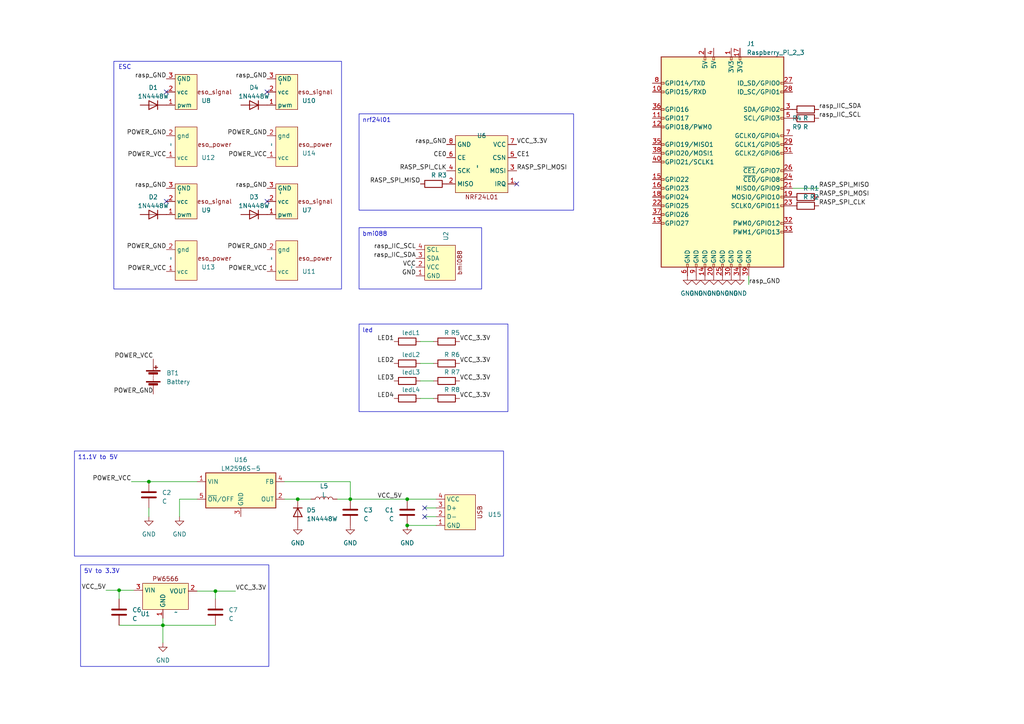
<source format=kicad_sch>
(kicad_sch (version 20230121) (generator eeschema)
  (paper "A4")
  (lib_symbols
    (symbol "Connector:Raspberry_Pi_2_3" (pin_names (offset 1.016))
      (property "Reference" "J" (at -17.78 31.75 0))
      (property "Value" "Raspberry_Pi_2_3" (at 10.16 -31.75 0))
      (symbol "Raspberry_Pi_2_3_0_1"
        (rectangle (start -17.78 30.48) (end 17.78 -30.48) (stroke (width 0.254)) (fill (type background)))
      )
      (symbol "Raspberry_Pi_2_3_1_1"
        (rectangle (start -16.891 -17.526) (end -17.78 -18.034))
        (rectangle (start -16.891 -14.986) (end -17.78 -15.494))
        (rectangle (start -16.891 -12.446) (end -17.78 -12.954))
        (rectangle (start -16.891 -9.906) (end -17.78 -10.414))
        (rectangle (start -16.891 -7.366) (end -17.78 -7.874))
        (rectangle (start -16.891 -4.826) (end -17.78 -5.334))
        (rectangle (start -16.891 0.254) (end -17.78 -0.254))
        (rectangle (start -16.891 2.794) (end -17.78 2.286))
        (rectangle (start -16.891 5.334) (end -17.78 4.826))
        (rectangle (start -16.891 10.414) (end -17.78 9.906))
        (rectangle (start -16.891 12.954) (end -17.78 12.446))
        (rectangle (start -16.891 15.494) (end -17.78 14.986))
        (rectangle (start -16.891 20.574) (end -17.78 20.066))
        (rectangle (start -16.891 23.114) (end -17.78 22.606))
        (rectangle (start -10.414 -29.591) (end -9.906 -30.48))
        (rectangle (start -7.874 -29.591) (end -7.366 -30.48))
        (rectangle (start -5.334 -29.591) (end -4.826 -30.48))
        (rectangle (start -5.334 30.48) (end -4.826 29.591))
        (rectangle (start -2.794 -29.591) (end -2.286 -30.48))
        (rectangle (start -2.794 30.48) (end -2.286 29.591))
        (rectangle (start -0.254 -29.591) (end 0.254 -30.48))
        (rectangle (start 2.286 -29.591) (end 2.794 -30.48))
        (rectangle (start 2.286 30.48) (end 2.794 29.591))
        (rectangle (start 4.826 -29.591) (end 5.334 -30.48))
        (rectangle (start 4.826 30.48) (end 5.334 29.591))
        (rectangle (start 7.366 -29.591) (end 7.874 -30.48))
        (rectangle (start 17.78 -20.066) (end 16.891 -20.574))
        (rectangle (start 17.78 -17.526) (end 16.891 -18.034))
        (rectangle (start 17.78 -12.446) (end 16.891 -12.954))
        (rectangle (start 17.78 -9.906) (end 16.891 -10.414))
        (rectangle (start 17.78 -7.366) (end 16.891 -7.874))
        (rectangle (start 17.78 -4.826) (end 16.891 -5.334))
        (rectangle (start 17.78 -2.286) (end 16.891 -2.794))
        (rectangle (start 17.78 2.794) (end 16.891 2.286))
        (rectangle (start 17.78 5.334) (end 16.891 4.826))
        (rectangle (start 17.78 7.874) (end 16.891 7.366))
        (rectangle (start 17.78 12.954) (end 16.891 12.446))
        (rectangle (start 17.78 15.494) (end 16.891 14.986))
        (rectangle (start 17.78 20.574) (end 16.891 20.066))
        (rectangle (start 17.78 23.114) (end 16.891 22.606))
        (pin power_in line (at 2.54 33.02 270) (length 2.54) (name "3V3") (number "1"))
        (pin bidirectional line (at -20.32 20.32 0) (length 2.54) (name "GPIO15/RXD") (number "10"))
        (pin bidirectional line (at -20.32 12.7 0) (length 2.54) (name "GPIO17") (number "11"))
        (pin bidirectional line (at -20.32 10.16 0) (length 2.54) (name "GPIO18/PWM0") (number "12"))
        (pin bidirectional line (at -20.32 -17.78 0) (length 2.54) (name "GPIO27") (number "13"))
        (pin power_in line (at -5.08 -33.02 90) (length 2.54) (name "GND") (number "14"))
        (pin bidirectional line (at -20.32 -5.08 0) (length 2.54) (name "GPIO22") (number "15"))
        (pin bidirectional line (at -20.32 -7.62 0) (length 2.54) (name "GPIO23") (number "16"))
        (pin power_in line (at 5.08 33.02 270) (length 2.54) (name "3V3") (number "17"))
        (pin bidirectional line (at -20.32 -10.16 0) (length 2.54) (name "GPIO24") (number "18"))
        (pin bidirectional line (at 20.32 -10.16 180) (length 2.54) (name "MOSI0/GPIO10") (number "19"))
        (pin power_in line (at -5.08 33.02 270) (length 2.54) (name "5V") (number "2"))
        (pin power_in line (at -2.54 -33.02 90) (length 2.54) (name "GND") (number "20"))
        (pin bidirectional line (at 20.32 -7.62 180) (length 2.54) (name "MISO0/GPIO9") (number "21"))
        (pin bidirectional line (at -20.32 -12.7 0) (length 2.54) (name "GPIO25") (number "22"))
        (pin bidirectional line (at 20.32 -12.7 180) (length 2.54) (name "SCLK0/GPIO11") (number "23"))
        (pin bidirectional line (at 20.32 -5.08 180) (length 2.54) (name "~{CE0}/GPIO8") (number "24"))
        (pin power_in line (at 0 -33.02 90) (length 2.54) (name "GND") (number "25"))
        (pin bidirectional line (at 20.32 -2.54 180) (length 2.54) (name "~{CE1}/GPIO7") (number "26"))
        (pin bidirectional line (at 20.32 22.86 180) (length 2.54) (name "ID_SD/GPIO0") (number "27"))
        (pin bidirectional line (at 20.32 20.32 180) (length 2.54) (name "ID_SC/GPIO1") (number "28"))
        (pin bidirectional line (at 20.32 5.08 180) (length 2.54) (name "GCLK1/GPIO5") (number "29"))
        (pin bidirectional line (at 20.32 15.24 180) (length 2.54) (name "SDA/GPIO2") (number "3"))
        (pin power_in line (at 2.54 -33.02 90) (length 2.54) (name "GND") (number "30"))
        (pin bidirectional line (at 20.32 2.54 180) (length 2.54) (name "GCLK2/GPIO6") (number "31"))
        (pin bidirectional line (at 20.32 -17.78 180) (length 2.54) (name "PWM0/GPIO12") (number "32"))
        (pin bidirectional line (at 20.32 -20.32 180) (length 2.54) (name "PWM1/GPIO13") (number "33"))
        (pin power_in line (at 5.08 -33.02 90) (length 2.54) (name "GND") (number "34"))
        (pin bidirectional line (at -20.32 5.08 0) (length 2.54) (name "GPIO19/MISO1") (number "35"))
        (pin bidirectional line (at -20.32 15.24 0) (length 2.54) (name "GPIO16") (number "36"))
        (pin bidirectional line (at -20.32 -15.24 0) (length 2.54) (name "GPIO26") (number "37"))
        (pin bidirectional line (at -20.32 2.54 0) (length 2.54) (name "GPIO20/MOSI1") (number "38"))
        (pin power_in line (at 7.62 -33.02 90) (length 2.54) (name "GND") (number "39"))
        (pin power_in line (at -2.54 33.02 270) (length 2.54) (name "5V") (number "4"))
        (pin bidirectional line (at -20.32 0 0) (length 2.54) (name "GPIO21/SCLK1") (number "40"))
        (pin bidirectional line (at 20.32 12.7 180) (length 2.54) (name "SCL/GPIO3") (number "5"))
        (pin power_in line (at -10.16 -33.02 90) (length 2.54) (name "GND") (number "6"))
        (pin bidirectional line (at 20.32 7.62 180) (length 2.54) (name "GCLK0/GPIO4") (number "7"))
        (pin bidirectional line (at -20.32 22.86 0) (length 2.54) (name "GPIO14/TXD") (number "8"))
        (pin power_in line (at -7.62 -33.02 90) (length 2.54) (name "GND") (number "9"))
      )
    )
    (symbol "Device:Battery" (pin_numbers hide) (pin_names (offset 0) hide)
      (property "Reference" "BT" (at 2.54 2.54 0))
      (property "Value" "Battery" (at 2.54 0 0))
      (symbol "Battery_0_1"
        (rectangle (start -2.032 -1.397) (end 2.032 -1.651) (fill (type outline)))
        (rectangle (start -2.032 1.778) (end 2.032 1.524) (fill (type outline)))
        (rectangle (start -1.3208 -1.9812) (end 1.27 -2.4892) (fill (type outline)))
        (rectangle (start -1.3208 1.1938) (end 1.27 0.6858) (fill (type outline)))
        (polyline (pts (xy 0 -1.524) (xy 0 -1.27)))
        (polyline (pts (xy 0 -1.016) (xy 0 -0.762)))
        (polyline (pts (xy 0 -0.508) (xy 0 -0.254)))
        (polyline (pts (xy 0 0) (xy 0 0.254)))
        (polyline (pts (xy 0 0.508) (xy 0 0.762)))
        (polyline (pts (xy 0 1.778) (xy 0 2.54)))
        (polyline (pts (xy 0.254 2.667) (xy 1.27 2.667)) (stroke (width 0.254)))
        (polyline (pts (xy 0.762 3.175) (xy 0.762 2.159)) (stroke (width 0.254)))
      )
      (symbol "Battery_1_1"
        (pin passive line (at 0 5.08 270) (length 2.54) (name "+") (number "1"))
        (pin passive line (at 0 -5.08 90) (length 2.54) (name "-") (number "2"))
      )
    )
    (symbol "Device:C" (pin_numbers hide) (pin_names (offset 0.254))
      (property "Reference" "C" (at 0.635 2.54 0))
      (property "Value" "C" (at 0.635 -2.54 0))
      (symbol "C_0_1"
        (polyline (pts (xy -2.032 -0.762) (xy 2.032 -0.762)) (stroke (width 0.508)))
        (polyline (pts (xy -2.032 0.762) (xy 2.032 0.762)) (stroke (width 0.508)))
      )
      (symbol "C_1_1"
        (pin passive line (at 0 3.81 270) (length 2.794) (name "~") (number "1"))
        (pin passive line (at 0 -3.81 90) (length 2.794) (name "~") (number "2"))
      )
    )
    (symbol "Device:L" (pin_numbers hide) (pin_names (offset 1.016) hide)
      (property "Reference" "L" (at -1.27 0 90))
      (property "Value" "L" (at 1.905 0 90))
      (symbol "L_0_1"
        (arc (start 0 -2.54) (mid 0.6323 -1.905) (end 0 -1.27))
        (arc (start 0 -1.27) (mid 0.6323 -0.635) (end 0 0))
        (arc (start 0 0) (mid 0.6323 0.635) (end 0 1.27))
        (arc (start 0 1.27) (mid 0.6323 1.905) (end 0 2.54))
      )
      (symbol "L_1_1"
        (pin passive line (at 0 3.81 270) (length 1.27) (name "1") (number "1"))
        (pin passive line (at 0 -3.81 90) (length 1.27) (name "2") (number "2"))
      )
    )
    (symbol "Device:R" (pin_numbers hide) (pin_names (offset 0))
      (property "Reference" "R" (at 2.032 0 90))
      (property "Value" "R" (at 0 0 90))
      (symbol "R_0_1"
        (rectangle (start -1.016 -2.54) (end 1.016 2.54) (stroke (width 0.254)))
      )
      (symbol "R_1_1"
        (pin passive line (at 0 3.81 270) (length 1.27) (name "~") (number "1"))
        (pin passive line (at 0 -3.81 90) (length 1.27) (name "~") (number "2"))
      )
    )
    (symbol "Diode:1N4448W" (pin_numbers hide) (pin_names hide)
      (property "Reference" "D" (at 0 2.54 0))
      (property "Value" "1N4448W" (at 0 -2.54 0))
      (symbol "1N4448W_0_1"
        (polyline (pts (xy -1.27 1.27) (xy -1.27 -1.27)) (stroke (width 0.254)))
        (polyline (pts (xy 1.27 0) (xy -1.27 0)))
        (polyline (pts (xy 1.27 1.27) (xy 1.27 -1.27) (xy -1.27 0) (xy 1.27 1.27)) (stroke (width 0.254)))
      )
      (symbol "1N4448W_1_1"
        (pin passive line (at -3.81 0 0) (length 2.54) (name "K") (number "1"))
        (pin passive line (at 3.81 0 180) (length 2.54) (name "A") (number "2"))
      )
    )
    (symbol "Regulator_Switching:LM2596S-5"
      (property "Reference" "U" (at -10.16 6.35 0))
      (property "Value" "LM2596S-5" (at 0 6.35 0))
      (symbol "LM2596S-5_0_1"
        (rectangle (start -10.16 5.08) (end 10.16 -5.08) (stroke (width 0.254)) (fill (type background)))
      )
      (symbol "LM2596S-5_1_1"
        (pin power_in line (at -12.7 2.54 0) (length 2.54) (name "VIN") (number "1"))
        (pin output line (at 12.7 -2.54 180) (length 2.54) (name "OUT") (number "2"))
        (pin power_in line (at 0 -7.62 90) (length 2.54) (name "GND") (number "3"))
        (pin input line (at 12.7 2.54 180) (length 2.54) (name "FB") (number "4"))
        (pin input line (at -12.7 -2.54 0) (length 2.54) (name "~{ON}/OFF") (number "5"))
      )
    )
    (symbol "bmi088:bmi088"
      (property "Reference" "U" (at -3.81 -13.97 0))
      (symbol "bmi088_1_1"
        (rectangle (start -3.81 -3.81) (end 6.35 -12.7) (fill (type background)))
        (text "bmi088" (at 1.27 -13.97 0) (effects (font (size 1.27 1.27))))
        (pin power_in line (at -2.54 -1.27 270) (length 2.54) (name "GND") (number "1"))
        (pin power_in line (at 0 -1.27 270) (length 2.54) (name "VCC") (number "2"))
        (pin bidirectional line (at 2.54 -1.27 270) (length 2.54) (name "SDA") (number "3"))
        (pin bidirectional line (at 5.08 -1.27 270) (length 2.54) (name "SCL") (number "4"))
      )
    )
    (symbol "eso_signal:eso_power"
      (property "Reference" "U" (at -2.54 -10.16 0))
      (symbol "eso_power_1_1"
        (rectangle (start -2.54 2.54) (end 3.81 -8.89) (fill (type background)))
        (text "eso_power" (at 8.89 -2.54 0) (effects (font (size 1.27 1.27))))
        (pin power_in line (at -5.08 -6.35 0) (length 2.54) (name "vcc") (number "1"))
        (pin power_in line (at -5.08 0 0) (length 2.54) (name "gnd") (number "2"))
      )
    )
    (symbol "eso_signal:eso_signal"
      (property "Reference" "U" (at 1.27 -6.35 0))
      (symbol "eso_signal_1_1"
        (rectangle (start -6.35 3.81) (end 0 -6.35) (fill (type background)))
        (text "eso_signal" (at 5.08 -1.27 0) (effects (font (size 1.27 1.27))))
        (pin bidirectional line (at -8.89 -5.08 0) (length 2.54) (name "pwm") (number "1"))
        (pin power_in line (at -8.89 -1.27 0) (length 2.54) (name "vcc") (number "2"))
        (pin power_in line (at -8.89 2.54 0) (length 2.54) (name "GND") (number "3"))
      )
    )
    (symbol "nrf24l01:nrf24l01"
      (property "Reference" "U6" (at 0 -1.27 0))
      (property "Value" "~" (at -1.27 10.16 90))
      (symbol "nrf24l01_1_1"
        (rectangle (start -7.62 19.05) (end 7.62 2.54) (fill (type background)))
        (text "NRF24L01" (at 0 1.27 0) (effects (font (size 1.27 1.27))))
        (pin bidirectional line (at 10.16 5.08 180) (length 2.54) (name "IRQ") (number "1"))
        (pin bidirectional line (at -10.16 5.08 0) (length 2.54) (name "MISO") (number "2"))
        (pin bidirectional line (at 10.16 8.89 180) (length 2.54) (name "MOSI") (number "3"))
        (pin bidirectional line (at -10.16 8.89 0) (length 2.54) (name "SCK") (number "4"))
        (pin bidirectional line (at 10.16 12.7 180) (length 2.54) (name "CSN") (number "5"))
        (pin bidirectional line (at -10.16 12.7 0) (length 2.54) (name "CE") (number "6"))
        (pin power_in line (at 10.16 16.51 180) (length 2.54) (name "VCC") (number "7"))
        (pin power_in line (at -10.16 16.51 0) (length 2.54) (name "GND") (number "8"))
      )
    )
    (symbol "power:GND" (power) (pin_names (offset 0))
      (property "Value" "GND" (at 0 -3.81 0))
      (symbol "GND_0_1"
        (polyline (pts (xy 0 0) (xy 0 -1.27) (xy 1.27 -1.27) (xy 0 -2.54) (xy -1.27 -1.27) (xy 0 -1.27)))
      )
      (symbol "GND_1_1"
        (pin power_in line (at 0 0 270) (length 0) hide (name "GND") (number "1"))
      )
    )
    (symbol "pw6566:pw6566"
      (property "Reference" "U1" (at -8.89 -0.508 0))
      (property "Value" "~" (at 0 0 0))
      (symbol "pw6566_1_1"
        (rectangle (start -9.652 8.382) (end 3.556 0.762) (fill (type background)))
        (text "PW6566" (at -3.048 9.652 0) (effects (font (size 1.27 1.27))))
        (pin input line (at -3.81 -1.778 90) (length 2.54) (name "GND") (number "1"))
        (pin input line (at 6.096 6.096 180) (length 2.54) (name "VOUT") (number "2"))
        (pin input line (at -12.192 6.35 0) (length 2.54) (name "VIN") (number "3"))
      )
    )
    (symbol "usb:usb"
      (property "Reference" "U" (at -1.524 -10.668 0))
      (symbol "usb_1_1"
        (rectangle (start -3.81 0.508) (end 6.35 -8.382) (fill (type background)))
        (text "USB" (at 1.27 -9.652 0) (effects (font (size 1.27 1.27))))
        (pin power_in line (at -2.54 3.048 270) (length 2.54) (name "GND") (number "1"))
        (pin power_in line (at 0 3.048 270) (length 2.54) (name "D-") (number "2"))
        (pin bidirectional line (at 2.54 3.048 270) (length 2.54) (name "D+") (number "3"))
        (pin bidirectional line (at 5.08 3.048 270) (length 2.54) (name "VCC") (number "4"))
      )
    )
  )
  (junction (at 34.544 171.196))
  (junction (at 86.36 144.78))
  (junction (at 118.11 152.4))
  (junction (at 47.244 181.356))
  (junction (at 101.6 144.78))
  (junction (at 43.18 139.7))
  (junction (at 118.11 144.78))
  (junction (at 62.484 171.45))
  (no_connect (at 48.26 26.67))
  (no_connect (at 123.19 149.86))
  (no_connect (at 123.19 147.32))
  (no_connect (at 48.26 58.42))
  (no_connect (at 77.47 58.42))
  (no_connect (at 77.47 26.67))
  (no_connect (at 149.86 53.34))
  (wire (pts (xy 86.36 144.78) (xy 90.17 144.78)))
  (wire (pts (xy 118.11 144.78) (xy 126.492 144.78)))
  (wire (pts (xy 62.484 171.45) (xy 68.326 171.45)))
  (wire (pts (xy 123.19 149.86) (xy 126.492 149.86)))
  (wire (pts (xy 47.244 179.324) (xy 47.244 181.356)))
  (wire (pts (xy 101.6 144.78) (xy 118.11 144.78)))
  (wire (pts (xy 121.92 99.06) (xy 125.73 99.06)))
  (wire (pts (xy 82.55 144.78) (xy 86.36 144.78)))
  (wire (pts (xy 123.19 147.32) (xy 126.492 147.32)))
  (wire (pts (xy 52.07 144.78) (xy 52.07 149.86)))
  (wire (pts (xy 57.15 144.78) (xy 52.07 144.78)))
  (wire (pts (xy 43.18 147.32) (xy 43.18 149.86)))
  (wire (pts (xy 229.87 54.61) (xy 237.49 54.61)))
  (wire (pts (xy 30.734 171.196) (xy 34.544 171.196)))
  (wire (pts (xy 121.92 115.57) (xy 125.73 115.57)))
  (wire (pts (xy 121.92 110.49) (xy 125.73 110.49)))
  (wire (pts (xy 43.18 139.7) (xy 57.15 139.7)))
  (wire (pts (xy 97.79 144.78) (xy 101.6 144.78)))
  (wire (pts (xy 101.6 139.7) (xy 101.6 144.78)))
  (wire (pts (xy 34.544 171.196) (xy 34.544 173.736)))
  (wire (pts (xy 34.544 171.196) (xy 38.862 171.196)))
  (wire (pts (xy 47.244 181.356) (xy 62.484 181.356)))
  (wire (pts (xy 57.15 171.45) (xy 62.484 171.45)))
  (wire (pts (xy 47.244 181.61) (xy 47.244 186.436)))
  (wire (pts (xy 34.544 181.356) (xy 47.244 181.356)))
  (wire (pts (xy 118.11 152.4) (xy 126.492 152.4)))
  (wire (pts (xy 121.92 105.41) (xy 125.73 105.41)))
  (wire (pts (xy 38.1 139.7) (xy 43.18 139.7)))
  (wire (pts (xy 82.55 139.7) (xy 101.6 139.7)))
  (wire (pts (xy 62.484 171.45) (xy 62.484 173.736)))
  (wire (pts (xy 217.17 80.01) (xy 217.17 82.55)))
  (rectangle (start 33.02 17.78) (end 99.06 83.82))
  (text_box "bmi088\n" (at 104.14 66.04 0) (size 35.56 17.78) (effects (font (size 1.27 1.27)) (justify left top)))
  (text_box "nrf24l01\n" (at 104.14 33.02 0) (size 62.23 27.94) (effects (font (size 1.27 1.27)) (justify left top)))
  (text_box "11.1V to 5V" (at 21.59 130.81 0) (size 124.46 30.48) (effects (font (size 1.27 1.27)) (justify left top)))
  (text_box "led\n" (at 104.14 93.98 0) (size 43.18 25.4) (effects (font (size 1.27 1.27)) (justify left top)))
  (text_box "5V to 3.3V" (at 23.368 163.83 0) (size 54.61 29.464) (effects (font (size 1.27 1.27)) (justify left top)))
  (text "ESC\n" (at 34.29 20.32 0) (effects (font (size 1.27 1.27)) (justify left bottom)))
  (label "rasp_GND" (at 129.54 41.91 180))
  (label "POWER_GND" (at 77.47 72.39 180))
  (label "LED4" (at 114.3 115.57 180))
  (label "RASP_SPI_CLK" (at 237.49 59.69 0))
  (label "rasp_IIC_SCL" (at 237.49 34.29 0))
  (label "VCC_5V" (at 30.734 171.196 180))
  (label "POWER_VCC" (at 48.26 78.74 180))
  (label "RASP_SPI_MISO" (at 121.92 53.34 180))
  (label "POWER_VCC" (at 48.26 45.72 180))
  (label "rasp_GND" (at 48.26 22.86 180))
  (label "POWER_GND" (at 48.26 72.39 180))
  (label "VCC_3.3V" (at 133.35 115.57 0))
  (label "rasp_GND" (at 48.26 54.61 180))
  (label "CE1" (at 149.86 45.72 0))
  (label "rasp_IIC_SDA" (at 237.49 31.75 0))
  (label "POWER_GND" (at 48.26 39.37 180))
  (label "GND" (at 120.65 80.01 180))
  (label "rasp_GND" (at 77.47 54.61 180))
  (label "VCC" (at 120.65 77.47 180))
  (label "POWER_VCC" (at 44.45 104.14 180))
  (label "POWER_VCC" (at 38.1 139.7 180))
  (label "CE0" (at 129.54 45.72 180))
  (label "POWER_VCC" (at 77.47 45.72 180))
  (label "rasp_IIC_SCL" (at 120.65 72.39 180))
  (label "POWER_GND" (at 77.47 39.37 180))
  (label "VCC_3.3V" (at 133.35 99.06 0))
  (label "RASP_SPI_MOSI" (at 149.86 49.53 0))
  (label "RASP_SPI_MOSI" (at 237.49 57.15 0))
  (label "LED2" (at 114.3 105.41 180))
  (label "VCC_5V" (at 109.474 144.78 0))
  (label "rasp_IIC_SDA" (at 120.65 74.93 180))
  (label "VCC_3.3V" (at 149.86 41.91 0))
  (label "VCC_3.3V" (at 133.35 110.49 0))
  (label "rasp_GND" (at 77.47 22.86 180))
  (label "LED1" (at 114.3 99.06 180))
  (label "VCC_3.3V" (at 133.35 105.41 0))
  (label "rasp_GND" (at 217.17 82.55 0))
  (label "RASP_SPI_CLK" (at 129.54 49.53 180))
  (label "POWER_VCC" (at 77.47 78.74 180))
  (label "POWER_GND" (at 44.45 114.3 180))
  (label "LED3" (at 114.3 110.49 180))
  (label "RASP_SPI_MISO" (at 237.49 54.61 0))
  (label "VCC_3.3V" (at 68.326 171.45 0))
  (symbol (lib_id "Regulator_Switching:LM2596S-5") (at 69.85 142.24 0) (unit 1)
    (property "Reference" "U16" (at 69.85 133.35 0))
    (property "Value" "LM2596S-5" (at 69.85 135.89 0))
    (property "Footprint" "Package_TO_SOT_SMD:TO-263-5_TabPin3" (effects hide))
    (property "Datasheet" "http://www.ti.com/lit/ds/symlink/lm2596.pdf" (effects hide))
  )
  (symbol (lib_id "Device:R") (at 129.54 99.06 270) (unit 1)
    (property "Reference" "R5" (at 132.08 96.52 90))
    (property "Value" "R" (at 129.54 96.52 90))
    (property "Footprint" "Resistor_SMD:R_1206_3216Metric_Pad1.30x1.75mm_HandSolder" (effects hide))
  )
  (symbol (lib_id "eso_signal:eso_signal") (at 57.15 25.4 0) (unit 1)
    (property "Reference" "U8" (at 58.42 29.21 0) (effects (justify left)))
    (property "Value" "~" (at 52.07 24.13 90))
    (property "Footprint" "Connector_PinHeader_2.54mm:PinHeader_1x03_P2.54mm_Vertical" (effects hide))
  )
  (symbol (lib_id "eso_signal:eso_signal") (at 86.36 25.4 0) (unit 1)
    (property "Reference" "U10" (at 87.63 29.21 0) (effects (justify left)))
    (property "Value" "~" (at 81.28 24.13 90))
    (property "Footprint" "Connector_PinHeader_2.54mm:PinHeader_1x03_P2.54mm_Vertical" (effects hide))
  )
  (symbol (lib_id "power:GND") (at 214.63 80.01 0) (unit 1)
    (property "Reference" "#PWR09" (effects hide))
    (property "Value" "GND" (at 214.63 85.09 0))
  )
  (symbol (lib_id "Device:R") (at 233.68 59.69 270) (unit 1)
    (property "Reference" "R2" (at 236.22 57.15 90))
    (property "Value" "R" (at 233.68 57.15 90))
    (property "Footprint" "Resistor_SMD:R_1206_3216Metric_Pad1.30x1.75mm_HandSolder" (effects hide))
  )
  (symbol (lib_id "bmi088:bmi088") (at 119.38 77.47 90) (unit 1)
    (property "Reference" "U2" (at 129.3217 69.85 0) (effects (justify left)))
    (property "Value" "~" (at 119.38 77.47 0))
    (property "Footprint" "Connector_PinHeader_2.54mm:PinHeader_1x04_P2.54mm_Vertical" (effects hide))
  )
  (symbol (lib_id "Device:R") (at 118.11 105.41 270) (unit 1)
    (property "Reference" "L2" (at 120.65 102.87 90))
    (property "Value" "led" (at 118.11 102.87 90))
    (property "Footprint" "LED_SMD:LED_0805_2012Metric_Pad1.15x1.40mm_HandSolder" (effects hide))
  )
  (symbol (lib_id "Device:R") (at 118.11 99.06 270) (unit 1)
    (property "Reference" "L1" (at 120.65 96.52 90))
    (property "Value" "led" (at 118.11 96.52 90))
    (property "Footprint" "LED_SMD:LED_0805_2012Metric_Pad1.15x1.40mm_HandSolder" (effects hide))
  )
  (symbol (lib_id "power:GND") (at 86.36 152.4 0) (unit 1)
    (property "Reference" "#PWR03" (effects hide))
    (property "Value" "GND" (at 86.36 157.48 0))
  )
  (symbol (lib_id "power:GND") (at 201.93 80.01 0) (unit 1)
    (property "Reference" "#PWR014" (effects hide))
    (property "Value" "GND" (at 201.93 85.09 0))
  )
  (symbol (lib_id "usb:usb") (at 129.54 149.86 90) (unit 1)
    (property "Reference" "U15" (at 141.478 149.225 90) (effects (justify right)))
    (property "Value" "~" (at 132.715 153.035 90))
    (property "Footprint" "Connector_USB:USB_A_TE_292303-7_Horizontal" (effects hide))
  )
  (symbol (lib_id "power:GND") (at 207.01 80.01 0) (unit 1)
    (property "Reference" "#PWR012" (effects hide))
    (property "Value" "GND" (at 207.01 85.09 0))
  )
  (symbol (lib_id "Device:C") (at 34.544 177.546 0) (unit 1)
    (property "Reference" "C6" (at 38.354 176.911 0) (effects (justify left)))
    (property "Value" "C" (at 38.354 179.451 0) (effects (justify left)))
  )
  (symbol (lib_id "Diode:1N4448W") (at 73.66 30.48 180) (unit 1)
    (property "Reference" "D4" (at 73.66 25.4 0))
    (property "Value" "1N4448W" (at 73.66 27.94 0))
    (property "Footprint" "Diode_SMD:D_SOD-123" (effects hide))
    (property "Datasheet" "https://www.vishay.com/docs/85722/1n4448w.pdf" (effects hide))
    (property "Sim.Device" "D" (effects hide))
    (property "Sim.Pins" "1=K 2=A" (effects hide))
  )
  (symbol (lib_id "pw6566:pw6566") (at 51.054 177.546 0) (unit 1)
    (property "Reference" "U1" (at 42.164 178.054 0))
    (property "Value" "~" (at 51.054 177.546 0))
    (property "Footprint" "Package_TO_SOT_SMD:SOT-23-3" (effects hide))
  )
  (symbol (lib_id "eso_signal:eso_power") (at 53.34 39.37 0) (unit 1)
    (property "Reference" "U12" (at 58.42 45.72 0) (effects (justify left)))
    (property "Value" "~" (at 49.53 41.91 90))
    (property "Footprint" "eso_power:eso_power" (effects hide))
  )
  (symbol (lib_id "power:GND") (at 43.18 149.86 0) (unit 1)
    (property "Reference" "#PWR02" (effects hide))
    (property "Value" "GND" (at 43.18 154.94 0))
  )
  (symbol (lib_id "Diode:1N4448W") (at 86.36 148.59 270) (unit 1)
    (property "Reference" "D5" (at 88.9 147.955 90) (effects (justify left)))
    (property "Value" "1N4448W" (at 88.9 150.495 90) (effects (justify left)))
    (property "Footprint" "Diode_SMD:D_SOD-123" (effects hide))
    (property "Datasheet" "https://www.vishay.com/docs/85722/1n4448w.pdf" (effects hide))
    (property "Sim.Device" "D" (effects hide))
    (property "Sim.Pins" "1=K 2=A" (effects hide))
  )
  (symbol (lib_id "power:GND") (at 52.07 149.86 0) (unit 1)
    (property "Reference" "#PWR01" (effects hide))
    (property "Value" "GND" (at 52.07 154.94 0))
  )
  (symbol (lib_id "Device:R") (at 233.68 34.29 90) (unit 1)
    (property "Reference" "R9" (at 231.14 36.83 90))
    (property "Value" "R" (at 233.68 36.83 90))
    (property "Footprint" "Resistor_SMD:R_1206_3216Metric_Pad1.30x1.75mm_HandSolder" (effects hide))
  )
  (symbol (lib_id "power:GND") (at 101.6 152.4 0) (unit 1)
    (property "Reference" "#PWR04" (effects hide))
    (property "Value" "GND" (at 101.6 157.48 0))
  )
  (symbol (lib_id "Connector:Raspberry_Pi_2_3") (at 209.55 46.99 0) (unit 1)
    (property "Reference" "J1" (at 216.5859 12.7 0) (effects (justify left)))
    (property "Value" "Raspberry_Pi_2_3" (at 216.5859 15.24 0) (effects (justify left)))
    (property "Footprint" "Connector_PinHeader_2.54mm:PinHeader_2x20_P2.54mm_Vertical" (effects hide))
    (property "Datasheet" "https://www.raspberrypi.org/documentation/hardware/raspberrypi/schematics/rpi_SCH_3bplus_1p0_reduced.pdf" (effects hide))
  )
  (symbol (lib_id "Device:R") (at 129.54 110.49 270) (unit 1)
    (property "Reference" "R7" (at 132.08 107.95 90))
    (property "Value" "R" (at 129.54 107.95 90))
    (property "Footprint" "Resistor_SMD:R_1206_3216Metric_Pad1.30x1.75mm_HandSolder" (effects hide))
  )
  (symbol (lib_id "Device:C") (at 62.484 177.546 0) (unit 1)
    (property "Reference" "C7" (at 66.294 176.911 0) (effects (justify left)))
    (property "Value" "C" (at 66.294 179.451 0) (effects (justify left)))
  )
  (symbol (lib_id "Device:C") (at 101.6 148.59 0) (unit 1)
    (property "Reference" "C3" (at 105.41 147.955 0) (effects (justify left)))
    (property "Value" "C" (at 105.41 150.495 0) (effects (justify left)))
  )
  (symbol (lib_id "Device:R") (at 125.73 53.34 270) (unit 1)
    (property "Reference" "R3" (at 128.27 50.8 90))
    (property "Value" "R" (at 125.73 50.8 90))
    (property "Footprint" "Resistor_SMD:R_1206_3216Metric_Pad1.30x1.75mm_HandSolder" (effects hide))
  )
  (symbol (lib_id "power:GND") (at 47.244 186.436 0) (unit 1)
    (property "Reference" "#PWR017" (effects hide))
    (property "Value" "GND" (at 47.244 191.516 0))
  )
  (symbol (lib_id "power:GND") (at 199.39 80.01 0) (unit 1)
    (property "Reference" "#PWR015" (effects hide))
    (property "Value" "GND" (at 199.39 85.09 0))
  )
  (symbol (lib_id "Device:C") (at 43.18 143.51 0) (unit 1)
    (property "Reference" "C2" (at 46.99 142.875 0) (effects (justify left)))
    (property "Value" "C" (at 46.99 145.415 0) (effects (justify left)))
  )
  (symbol (lib_id "nrf24l01:nrf24l01") (at 139.7 58.42 0) (unit 1)
    (property "Reference" "U6" (at 139.7 39.37 0))
    (property "Value" "~" (at 138.43 48.26 90))
    (property "Footprint" "Connector_PinHeader_2.54mm:PinHeader_2x04_P2.54mm_Vertical" (effects hide))
  )
  (symbol (lib_id "eso_signal:eso_signal") (at 86.36 57.15 0) (unit 1)
    (property "Reference" "U7" (at 87.63 60.96 0) (effects (justify left)))
    (property "Value" "~" (at 81.28 55.88 90))
    (property "Footprint" "Connector_PinHeader_2.54mm:PinHeader_1x03_P2.54mm_Vertical" (effects hide))
  )
  (symbol (lib_id "power:GND") (at 204.47 80.01 0) (unit 1)
    (property "Reference" "#PWR013" (effects hide))
    (property "Value" "GND" (at 204.47 85.09 0))
  )
  (symbol (lib_id "eso_signal:eso_power") (at 82.55 72.39 0) (unit 1)
    (property "Reference" "U11" (at 87.63 78.74 0) (effects (justify left)))
    (property "Value" "~" (at 78.74 74.93 90))
    (property "Footprint" "eso_power:eso_power" (effects hide))
  )
  (symbol (lib_id "eso_signal:eso_power") (at 82.55 39.37 0) (unit 1)
    (property "Reference" "U14" (at 87.63 44.45 0) (effects (justify left)))
    (property "Value" "~" (at 78.74 41.91 90))
    (property "Footprint" "eso_power:eso_power" (effects hide))
  )
  (symbol (lib_id "eso_signal:eso_signal") (at 57.15 57.15 0) (unit 1)
    (property "Reference" "U9" (at 58.42 60.96 0) (effects (justify left)))
    (property "Value" "~" (at 52.07 55.88 90))
    (property "Footprint" "Connector_PinHeader_2.54mm:PinHeader_1x03_P2.54mm_Vertical" (effects hide))
  )
  (symbol (lib_id "Device:R") (at 118.11 115.57 270) (unit 1)
    (property "Reference" "L4" (at 120.65 113.03 90))
    (property "Value" "led" (at 118.11 113.03 90))
    (property "Footprint" "LED_SMD:LED_0805_2012Metric_Pad1.15x1.40mm_HandSolder" (effects hide))
  )
  (symbol (lib_id "Diode:1N4448W") (at 73.66 62.23 180) (unit 1)
    (property "Reference" "D3" (at 73.66 57.15 0))
    (property "Value" "1N4448W" (at 73.66 59.69 0))
    (property "Footprint" "Diode_SMD:D_SOD-123" (effects hide))
    (property "Datasheet" "https://www.vishay.com/docs/85722/1n4448w.pdf" (effects hide))
    (property "Sim.Device" "D" (effects hide))
    (property "Sim.Pins" "1=K 2=A" (effects hide))
  )
  (symbol (lib_id "Device:R") (at 233.68 31.75 90) (unit 1)
    (property "Reference" "R4" (at 231.14 34.29 90))
    (property "Value" "R" (at 233.68 34.29 90))
    (property "Footprint" "Resistor_SMD:R_1206_3216Metric_Pad1.30x1.75mm_HandSolder" (effects hide))
  )
  (symbol (lib_id "Device:R") (at 129.54 115.57 270) (unit 1)
    (property "Reference" "R8" (at 132.08 113.03 90))
    (property "Value" "R" (at 129.54 113.03 90))
    (property "Footprint" "Resistor_SMD:R_1206_3216Metric_Pad1.30x1.75mm_HandSolder" (effects hide))
  )
  (symbol (lib_id "power:GND") (at 212.09 80.01 0) (unit 1)
    (property "Reference" "#PWR010" (effects hide))
    (property "Value" "GND" (at 212.09 85.09 0))
  )
  (symbol (lib_id "Device:L") (at 93.98 144.78 90) (unit 1)
    (property "Reference" "L5" (at 93.98 140.97 90))
    (property "Value" "L" (at 93.98 143.51 90))
  )
  (symbol (lib_id "Device:C") (at 118.11 148.59 0) (mirror x) (unit 1)
    (property "Reference" "C1" (at 114.3 147.955 0) (effects (justify right)))
    (property "Value" "C" (at 114.3 150.495 0) (effects (justify right)))
    (property "Footprint" "Capacitor_SMD:C_0603_1608Metric" (effects hide))
  )
  (symbol (lib_id "power:GND") (at 209.55 80.01 0) (unit 1)
    (property "Reference" "#PWR011" (effects hide))
    (property "Value" "GND" (at 209.55 85.09 0))
  )
  (symbol (lib_id "Diode:1N4448W") (at 44.45 62.23 180) (unit 1)
    (property "Reference" "D2" (at 44.45 57.15 0))
    (property "Value" "1N4448W" (at 44.45 59.69 0))
    (property "Footprint" "Diode_SMD:D_SOD-123" (effects hide))
    (property "Datasheet" "https://www.vishay.com/docs/85722/1n4448w.pdf" (effects hide))
    (property "Sim.Device" "D" (effects hide))
    (property "Sim.Pins" "1=K 2=A" (effects hide))
  )
  (symbol (lib_id "Diode:1N4448W") (at 44.45 30.48 180) (unit 1)
    (property "Reference" "D1" (at 44.45 25.4 0))
    (property "Value" "1N4448W" (at 44.45 27.94 0))
    (property "Footprint" "Diode_SMD:D_SOD-123" (effects hide))
    (property "Datasheet" "https://www.vishay.com/docs/85722/1n4448w.pdf" (effects hide))
    (property "Sim.Device" "D" (effects hide))
    (property "Sim.Pins" "1=K 2=A" (effects hide))
  )
  (symbol (lib_id "power:GND") (at 118.11 152.4 0) (unit 1)
    (property "Reference" "#PWR016" (effects hide))
    (property "Value" "GND" (at 118.11 157.48 0))
  )
  (symbol (lib_id "Device:Battery") (at 44.45 109.22 0) (unit 1)
    (property "Reference" "BT1" (at 48.26 108.204 0) (effects (justify left)))
    (property "Value" "Battery" (at 48.26 110.744 0) (effects (justify left)))
    (property "Footprint" "Battery:awg10" (effects hide))
  )
  (symbol (lib_id "eso_signal:eso_power") (at 53.34 72.39 0) (unit 1)
    (property "Reference" "U13" (at 58.42 77.47 0) (effects (justify left)))
    (property "Value" "~" (at 49.53 74.93 90))
    (property "Footprint" "eso_power:eso_power" (effects hide))
  )
  (symbol (lib_id "Device:R") (at 118.11 110.49 270) (unit 1)
    (property "Reference" "L3" (at 120.65 107.95 90))
    (property "Value" "led" (at 118.11 107.95 90))
    (property "Footprint" "LED_SMD:LED_0805_2012Metric_Pad1.15x1.40mm_HandSolder" (effects hide))
  )
  (symbol (lib_id "Device:R") (at 233.68 57.15 270) (unit 1)
    (property "Reference" "R1" (at 236.22 54.61 90))
    (property "Value" "R" (at 233.68 54.61 90))
    (property "Footprint" "Resistor_SMD:R_1206_3216Metric_Pad1.30x1.75mm_HandSolder" (effects hide))
  )
  (symbol (lib_id "Device:R") (at 129.54 105.41 270) (unit 1)
    (property "Reference" "R6" (at 132.08 102.87 90))
    (property "Value" "R" (at 129.54 102.87 90))
    (property "Footprint" "Resistor_SMD:R_1206_3216Metric_Pad1.30x1.75mm_HandSolder" (effects hide))
  )
)
</source>
